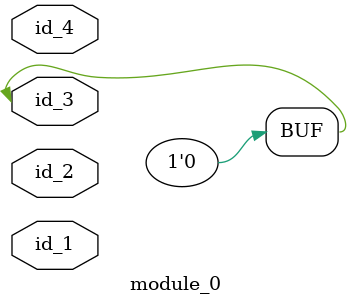
<source format=v>
module module_0 (
    id_1,
    id_2,
    id_3,
    id_4
);
  inout id_4;
  inout id_3;
  inout id_2;
  inout id_1;
  assign id_3 = 1'b0;
endmodule

</source>
